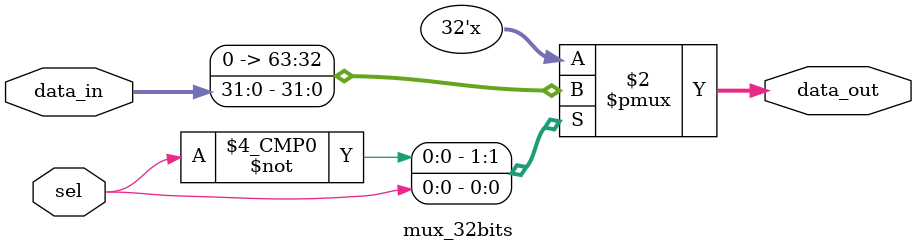
<source format=v>
module mux_32bits(sel, data_in, data_out);
    input sel;
    input  [31:0] data_in;
    output reg [31:0] data_out;
    
    
    always@(*)begin
        case(sel)
            1'b0 : data_out = 32'h0;
            1'b1 : data_out = data_in;
            default : data_out = 32'h0;
        endcase
    end

endmodule
</source>
